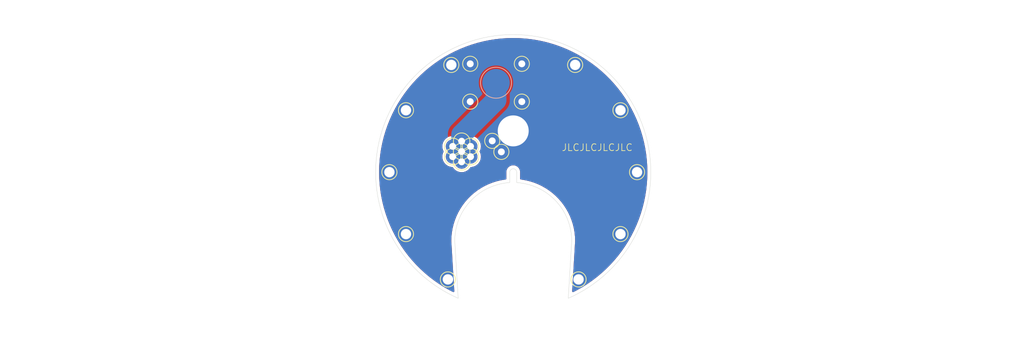
<source format=kicad_pcb>
(kicad_pcb (version 20240108) (generator "pcbnew") (generator_version "8.0")
  (layers (0 "F.Cu" signal) (31 "B.Cu" signal) (34 "B.Paste" user) (35 "F.Paste" user) (36 "B.SilkS" user "B.Silkscreen") (37 "F.SilkS" user "F.Silkscreen") (38 "B.Mask" user) (39 "F.Mask" user) (44 "Edge.Cuts" user))
  (net 0 "")
  (net 1 "GND")
  (net 2 "+3V0")
  (footprint "TestPoint:TestPoint_THTPad_3.0x3.0mm_Drill1.5mm" (layer "F.Cu") (at 100 44)
    (property "Reference" "T1" (hide yes))
    (property "Value" "TestPoint_THTPad_3.0x3.0mm_Drill1.5mm" (hide yes))
    (fp_circle (center 0 0) (end 1.1 0) (stroke (width 0.12)) (fill none) (layer "F.SilkS"))
    (pad "1" thru_hole circle (at 0 0) (size 4.5 4.5) (drill 4.5) (layers "*.Cu" "*.Mask") (net 1 "GND"))
  )
  (footprint "TestPoint:TestPoint_THTPad_3.0x3.0mm_Drill1.5mm" (layer "F.Cu") (at 93.75 34.25 120)
    (property "Reference" "T21" (hide yes))
    (property "Value" "TestPoint_THTPad_3.0x3.0mm_Drill1.5mm" (hide yes))
    (fp_circle (center 0 0) (end 1.1 0) (stroke (width 0.12)) (fill none) (layer "F.SilkS"))
    (pad "1" thru_hole circle (at 0 0 120) (size 1 1) (drill 1) (layers "*.Cu" "*.Mask") (net 1 "GND"))
  )
  (footprint "TestPoint:TestPoint_THTPad_3.0x3.0mm_Drill1.5mm" (layer "F.Cu") (at 90.5 65.588457 -150)
    (property "Reference" "T18" (hide yes))
    (property "Value" "TestPoint_THTPad_3.0x3.0mm_Drill1.5mm" (hide yes))
    (fp_circle (center 0 0) (end 1.1 0) (stroke (width 0.12)) (fill none) (layer "F.SilkS"))
    (pad "1" thru_hole circle (at 0 0 210) (size 1.6 1.6) (drill 1.5) (layers "*.Cu" "*.Mask") (net 1 "GND"))
  )
  (footprint "TestPoint:TestPoint_THTPad_3.0x3.0mm_Drill1.5mm" (layer "F.Cu") (at 109.5 65.588457 -90)
    (property "Reference" "T16" (hide yes))
    (property "Value" "TestPoint_THTPad_3.0x3.0mm_Drill1.5mm" (hide yes))
    (fp_circle (center 0 0) (end 1.1 0) (stroke (width 0.12)) (fill none) (layer "F.SilkS"))
    (pad "1" thru_hole circle (at 0 0 270) (size 1.6 1.6) (drill 1.5) (layers "*.Cu" "*.Mask") (net 1 "GND"))
  )
  (footprint "TestPoint:TestPoint_THTPad_3.0x3.0mm_Drill1.5mm" (layer "F.Cu") (at 82 50 150)
    (property "Reference" "T20" (hide yes))
    (property "Value" "TestPoint_THTPad_3.0x3.0mm_Drill1.5mm" (hide yes))
    (fp_circle (center 0 0) (end 1.1 0) (stroke (width 0.12)) (fill none) (layer "F.SilkS"))
    (pad "1" thru_hole circle (at 0 0 150) (size 1.6 1.6) (drill 1.5) (layers "*.Cu" "*.Mask") (net 1 "GND"))
  )
  (footprint "TestPoint:TestPoint_THTPad_D2.0mm_Drill1.0mm" (layer "F.Cu") (at 92.5 45.5)
    (property "Reference" "T51" (hide yes))
    (property "Value" "TestPoint_THTPad_D2.0mm_Drill1.0mm" (hide yes))
    (fp_circle (center 0 0) (end 0 1.2) (stroke (width 0.12)) (fill none) (layer "F.SilkS"))
    (pad "1" thru_hole circle (at 0 0) (size 2 2) (drill 1) (layers "*.Cu" "*.Mask") (net 2 "+3V0"))
  )
  (footprint "TestPoint:TestPoint_THTPad_3.0x3.0mm_Drill1.5mm" (layer "F.Cu") (at 84.411542 59 180)
    (property "Reference" "T19" (hide yes))
    (property "Value" "TestPoint_THTPad_3.0x3.0mm_Drill1.5mm" (hide yes))
    (fp_circle (center 0 0) (end 1.1 0) (stroke (width 0.12)) (fill none) (layer "F.SilkS"))
    (pad "1" thru_hole circle (at 0 0 180) (size 1.6 1.6) (drill 1.5) (layers "*.Cu" "*.Mask") (net 1 "GND"))
  )
  (footprint "TestPoint:TestPoint_THTPad_D2.0mm_Drill1.0mm" (layer "F.Cu") (at 93.799038 47.75 -120)
    (property "Reference" "T53" (hide yes))
    (property "Value" "TestPoint_THTPad_D2.0mm_Drill1.0mm" (hide yes))
    (fp_circle (center 0 0) (end 0 1.2) (stroke (width 0.12)) (fill none) (layer "F.SilkS"))
    (pad "1" thru_hole circle (at 0 0 240) (size 2 2) (drill 1) (layers "*.Cu" "*.Mask") (net 2 "+3V0"))
  )
  (footprint "TestPoint:TestPoint_THTPad_3.0x3.0mm_Drill1.5mm" (layer "F.Cu") (at 96.95 45.45 120)
    (property "Reference" "T21" (hide yes))
    (property "Value" "TestPoint_THTPad_3.0x3.0mm_Drill1.5mm" (hide yes))
    (fp_circle (center 0 0) (end 1.1 0) (stroke (width 0.12)) (fill none) (layer "F.SilkS"))
    (pad "1" thru_hole circle (at 0 0 120) (size 1 1) (drill 1) (layers "*.Cu" "*.Mask") (net 1 "GND"))
  )
  (footprint "TestPoint:TestPoint_THTPad_3.0x3.0mm_Drill1.5mm" (layer "F.Cu") (at 84.411542 41 120)
    (property "Reference" "T21" (hide yes))
    (property "Value" "TestPoint_THTPad_3.0x3.0mm_Drill1.5mm" (hide yes))
    (fp_circle (center 0 0) (end 1.1 0) (stroke (width 0.12)) (fill none) (layer "F.SilkS"))
    (pad "1" thru_hole circle (at 0 0 120) (size 1.6 1.6) (drill 1.5) (layers "*.Cu" "*.Mask") (net 1 "GND"))
  )
  (footprint "TestPoint:TestPoint_THTPad_D2.0mm_Drill1.0mm" (layer "F.Cu") (at 92.5 48.5 180)
    (property "Reference" "T54" (hide yes))
    (property "Value" "TestPoint_THTPad_D2.0mm_Drill1.0mm" (hide yes))
    (fp_circle (center 0 0) (end 0 1.2) (stroke (width 0.12)) (fill none) (layer "F.SilkS"))
    (pad "1" thru_hole circle (at 0 0 180) (size 2 2) (drill 1) (layers "*.Cu" "*.Mask") (net 2 "+3V0"))
  )
  (footprint "TestPoint:TestPoint_THTPad_3.0x3.0mm_Drill1.5mm" (layer "F.Cu") (at 101.25 39.75 120)
    (property "Reference" "T21" (hide yes))
    (property "Value" "TestPoint_THTPad_3.0x3.0mm_Drill1.5mm" (hide yes))
    (fp_circle (center 0 0) (end 1.1 0) (stroke (width 0.12)) (fill none) (layer "F.SilkS"))
    (pad "1" thru_hole circle (at 0 0 120) (size 1 1) (drill 1) (layers "*.Cu" "*.Mask") (net 1 "GND"))
  )
  (footprint "TestPoint:TestPoint_THTPad_D2.0mm_Drill1.0mm" (layer "F.Cu") (at 93.799038 46.25 -60)
    (property "Reference" "T52" (hide yes))
    (property "Value" "TestPoint_THTPad_D2.0mm_Drill1.0mm" (hide yes))
    (fp_circle (center 0 0) (end 0 1.2) (stroke (width 0.12)) (fill none) (layer "F.SilkS"))
    (pad "1" thru_hole circle (at 0 0 300) (size 2 2) (drill 1) (layers "*.Cu" "*.Mask") (net 2 "+3V0"))
  )
  (footprint "TestPoint:TestPoint_THTPad_3.0x3.0mm_Drill1.5mm" (layer "F.Cu") (at 115.588457 41)
    (property "Reference" "T13" (hide yes))
    (property "Value" "TestPoint_THTPad_3.0x3.0mm_Drill1.5mm" (hide yes))
    (fp_circle (center 0 0) (end 1.1 0) (stroke (width 0.12)) (fill none) (layer "F.SilkS"))
    (pad "1" thru_hole circle (at 0 0) (size 1.6 1.6) (drill 1.5) (layers "*.Cu" "*.Mask") (net 1 "GND"))
  )
  (footprint "TestPoint:TestPoint_THTPad_3.0x3.0mm_Drill1.5mm" (layer "F.Cu") (at 91 34.411542 90)
    (property "Reference" "T22" (hide yes))
    (property "Value" "TestPoint_THTPad_3.0x3.0mm_Drill1.5mm" (hide yes))
    (fp_circle (center 0 0) (end 1.1 0) (stroke (width 0.12)) (fill none) (layer "F.SilkS"))
    (pad "1" thru_hole circle (at 0 0 90) (size 1.6 1.6) (drill 1.5) (layers "*.Cu" "*.Mask") (net 1 "GND"))
  )
  (footprint "TestPoint:TestPoint_THTPad_D2.0mm_Drill1.0mm" (layer "F.Cu") (at 91.200961 46.25 60)
    (property "Reference" "T56" (hide yes))
    (property "Value" "TestPoint_THTPad_D2.0mm_Drill1.0mm" (hide yes))
    (fp_circle (center 0 0) (end 0 1.2) (stroke (width 0.12)) (fill none) (layer "F.SilkS"))
    (pad "1" thru_hole circle (at 0 0 60) (size 2 2) (drill 1) (layers "*.Cu" "*.Mask") (net 2 "+3V0"))
  )
  (footprint "TestPoint:TestPoint_THTPad_3.0x3.0mm_Drill1.5mm" (layer "F.Cu") (at 93.75 39.75 120)
    (property "Reference" "T21" (hide yes))
    (property "Value" "TestPoint_THTPad_3.0x3.0mm_Drill1.5mm" (hide yes))
    (fp_circle (center 0 0) (end 1.1 0) (stroke (width 0.12)) (fill none) (layer "F.SilkS"))
    (pad "1" thru_hole circle (at 0 0 120) (size 1 1) (drill 1) (layers "*.Cu" "*.Mask") (net 1 "GND"))
  )
  (footprint "TestPoint:TestPoint_THTPad_3.0x3.0mm_Drill1.5mm" (layer "F.Cu") (at 118 50 -30)
    (property "Reference" "T14" (hide yes))
    (property "Value" "TestPoint_THTPad_3.0x3.0mm_Drill1.5mm" (hide yes))
    (fp_circle (center 0 0) (end 1.1 0) (stroke (width 0.12)) (fill none) (layer "F.SilkS"))
    (pad "1" thru_hole circle (at 0 0 330) (size 1.6 1.6) (drill 1.5) (layers "*.Cu" "*.Mask") (net 1 "GND"))
  )
  (footprint "TestPoint:TestPoint_THTPad_3.0x3.0mm_Drill1.5mm" (layer "F.Cu") (at 115.588457 59 -60)
    (property "Reference" "T15" (hide yes))
    (property "Value" "TestPoint_THTPad_3.0x3.0mm_Drill1.5mm" (hide yes))
    (fp_circle (center 0 0) (end 1.1 0) (stroke (width 0.12)) (fill none) (layer "F.SilkS"))
    (pad "1" thru_hole circle (at 0 0 300) (size 1.6 1.6) (drill 1.5) (layers "*.Cu" "*.Mask") (net 1 "GND"))
  )
  (footprint "TestPoint:TestPoint_THTPad_D2.0mm_Drill1.0mm" (layer "F.Cu") (at 92.5 47)
    (property "Reference" "T51" (hide yes))
    (property "Value" "TestPoint_THTPad_D2.0mm_Drill1.0mm" (hide yes))
    (fp_circle (center 0 0) (end 0 1.2) (stroke (width 0.12)) (fill none) (layer "F.SilkS"))
    (pad "1" thru_hole circle (at 0 0) (size 2 2) (drill 1) (layers "*.Cu" "*.Mask") (net 2 "+3V0"))
  )
  (footprint "TestPoint:TestPoint_THTPad_3.0x3.0mm_Drill1.5mm" (layer "F.Cu") (at 109 34.411542 30)
    (property "Reference" "T12" (hide yes))
    (property "Value" "TestPoint_THTPad_3.0x3.0mm_Drill1.5mm" (hide yes))
    (fp_circle (center 0 0) (end 1.1 0) (stroke (width 0.12)) (fill none) (layer "F.SilkS"))
    (pad "1" thru_hole circle (at 0 0 30) (size 1.6 1.6) (drill 1.5) (layers "*.Cu" "*.Mask") (net 1 "GND"))
  )
  (footprint "TestPoint:TestPoint_THTPad_3.0x3.0mm_Drill1.5mm" (layer "F.Cu") (at 101.25 34.25 120)
    (property "Reference" "T21" (hide yes))
    (property "Value" "TestPoint_THTPad_3.0x3.0mm_Drill1.5mm" (hide yes))
    (fp_circle (center 0 0) (end 1.1 0) (stroke (width 0.12)) (fill none) (layer "F.SilkS"))
    (pad "1" thru_hole circle (at 0 0 120) (size 1 1) (drill 1) (layers "*.Cu" "*.Mask") (net 1 "GND"))
  )
  (footprint "TestPoint:TestPoint_THTPad_3.0x3.0mm_Drill1.5mm" (layer "F.Cu") (at 98.275 47.05 120)
    (property "Reference" "T21" (hide yes))
    (property "Value" "TestPoint_THTPad_3.0x3.0mm_Drill1.5mm" (hide yes))
    (fp_circle (center 0 0) (end 1.1 0) (stroke (width 0.12)) (fill none) (layer "F.SilkS"))
    (pad "1" thru_hole circle (at 0 0 120) (size 1 1) (drill 1) (layers "*.Cu" "*.Mask") (net 1 "GND"))
  )
  (footprint "TestPoint:TestPoint_THTPad_D2.0mm_Drill1.0mm" (layer "F.Cu") (at 91.200961 47.75 120)
    (property "Reference" "T55" (hide yes))
    (property "Value" "TestPoint_THTPad_D2.0mm_Drill1.0mm" (hide yes))
    (fp_circle (center 0 0) (end 0 1.2) (stroke (width 0.12)) (fill none) (layer "F.SilkS"))
    (pad "1" thru_hole circle (at 0 0 120) (size 2 2) (drill 1) (layers "*.Cu" "*.Mask") (net 2 "+3V0"))
  )
  (footprint "TestPoint:TestPoint_Pad_D4.0mm" (layer "B.Cu") (at 97.5 37 180)
    (property "Reference" "REF**" (hide yes))
    (property "Value" "TestPoint_Pad_D4.0mm" (hide yes))
    (fp_circle (center 0 0) (end 0 -2.25) (stroke (width 0.12)) (fill none) (layer "B.SilkS"))
    (pad "1" smd circle (at 0 0 180) (size 4 4) (layers "B.Cu" "B.Mask") (net 2 "+3V0"))
  )
  (gr_poly (pts (xy 118.724697 42.972504) (xy 119.02113 43.81966) (xy 119.279257 44.679263) (xy 119.498558 45.549581) (xy 119.678592 46.428862) (xy 119.818995 47.315335) (xy 119.919486 48.207214) (xy 119.979861 49.102703) (xy 120 50) (xy 119.979861 50.897297) (xy 119.919486 51.792786) (xy 119.818995 52.684665) (xy 119.678592 53.571138) (xy 119.498558 54.450419) (xy 119.279257 55.320737) (xy 119.02113 56.18034) (xy 118.724697 57.027496) (xy 118.390555 57.860501) (xy 118.019377 58.677675) (xy 117.611911 59.477373) (xy 117.168976 60.257986) (xy 116.691465 61.01794) (xy 116.18034 61.755705) (xy 115.63663 62.469796) (xy 115.061429 63.158775) (xy 114.455897 63.821253) (xy 113.821253 64.455897) (xy 113.158775 65.061429) (xy 112.469796 65.63663) (xy 111.755705 66.18034) (xy 111.01794 66.691465) (xy 110.257986 67.168976) (xy 109.477373 67.611911) (xy 108.677675 68.019377) (xy 108 68.33) (xy 108.5 60) (xy 108.480185 59.419939) (xy 108.420831 58.842583) (xy 108.322215 58.270624) (xy 108.184797 57.706727) (xy 108.009218 57.153523) (xy 107.796296 56.613591) (xy 107.547024 56.089447) (xy 107.262565 55.583536) (xy 106.944244 55.098217) (xy 106.593546 54.635752) (xy 106.212106 54.198298) (xy 105.801702 53.787894) (xy 105.364248 53.406454) (xy 104.901783 53.055756) (xy 104.416464 52.737435) (xy 103.910553 52.452976) (xy 103.386409 52.203704) (xy 102.846477 51.990782) (xy 102.293273 51.815203) (xy 101.729376 51.677785) (xy 101.157417 51.579169) (xy 100.5 51.5) (xy 100.5 50) (xy 100.479746 49.859134) (xy 100.420627 49.72968) (xy 100.32743 49.622125) (xy 100.207708 49.545184) (xy 100.071157 49.505089) (xy 99.928843 49.505089) (xy 99.792292 49.545184) (xy 99.67257 49.622125) (xy 99.579373 49.72968) (xy 99.520254 49.859134) (xy 99.5 50) (xy 99.5 51.5) (xy 98.842583 51.579169) (xy 98.270624 51.677785) (xy 97.706727 51.815203) (xy 97.153523 51.990782) (xy 96.613591 52.203704) (xy 96.089447 52.452976) (xy 95.583536 52.737435) (xy 95.098217 53.055756) (xy 94.635752 53.406454) (xy 94.198298 53.787894) (xy 93.787894 54.198298) (xy 93.406454 54.635752) (xy 93.055756 55.098217) (xy 92.737435 55.583536) (xy 92.452976 56.089447) (xy 92.203704 56.613591) (xy 91.990782 57.153523) (xy 91.815203 57.706727) (xy 91.677785 58.270624) (xy 91.579169 58.842583) (xy 91.519815 59.419939) (xy 91.5 60) (xy 92 68.33) (xy 91.322325 68.019377) (xy 90.522627 67.611911) (xy 89.742014 67.168976) (xy 88.98206 66.691465) (xy 88.244295 66.18034) (xy 87.530204 65.63663) (xy 86.841225 65.061429) (xy 86.178747 64.455897) (xy 85.544103 63.821253) (xy 84.938571 63.158775) (xy 84.36337 62.469796) (xy 83.81966 61.755705) (xy 83.308535 61.01794) (xy 82.831024 60.257986) (xy 82.388089 59.477373) (xy 81.980623 58.677675) (xy 81.609445 57.860501) (xy 81.275303 57.027496) (xy 80.97887 56.18034) (xy 80.720743 55.320737) (xy 80.501442 54.450419) (xy 80.321408 53.571138) (xy 80.181005 52.684665) (xy 80.080514 51.792786) (xy 80.020139 50.897297) (xy 80 50) (xy 80.020139 49.102703) (xy 80.080514 48.207214) (xy 80.181005 47.315335) (xy 80.321408 46.428862) (xy 80.501442 45.549581) (xy 80.720743 44.679263) (xy 80.97887 43.81966) (xy 81.275303 42.972504) (xy 81.609445 42.139499) (xy 81.980623 41.322325) (xy 82.388089 40.522627) (xy 82.831024 39.742014) (xy 83.308535 38.98206) (xy 83.81966 38.244295) (xy 84.36337 37.530204) (xy 84.938571 36.841225) (xy 85.544103 36.178747) (xy 86.178747 35.544103) (xy 86.841225 34.938571) (xy 87.530204 34.36337) (xy 88.244295 33.81966) (xy 88.98206 33.308535) (xy 89.742014 32.831024) (xy 90.522627 32.388089) (xy 91.322325 31.980623) (xy 92.139499 31.609445) (xy 92.972504 31.275303) (xy 93.81966 30.97887) (xy 94.679263 30.720743) (xy 95.549581 30.501442) (xy 96.428862 30.321408) (xy 97.315335 30.181005) (xy 98.207214 30.080514) (xy 99.102703 30.020139) (xy 100 30) (xy 100.897297 30.020139) (xy 101.792786 30.080514) (xy 102.684665 30.181005) (xy 103.571138 30.321408) (xy 104.450419 30.501442) (xy 105.320737 30.720743) (xy 106.18034 30.97887) (xy 107.027496 31.275303) (xy 107.860501 31.609445) (xy 108.677675 31.980623) (xy 109.477373 32.388089) (xy 110.257986 32.831024) (xy 111.01794 33.308535) (xy 111.755705 33.81966) (xy 112.469796 34.36337) (xy 113.158775 34.938571) (xy 113.821253 35.544103) (xy 114.455897 36.178747) (xy 115.061429 36.841225) (xy 115.63663 37.530204) (xy 116.18034 38.244295) (xy 116.691465 38.98206) (xy 117.168976 39.742014) (xy 117.611911 40.522627) (xy 118.019377 41.322325) (xy 118.390555 42.139499)) (stroke (width 0.05)) (fill none) (layer "Edge.Cuts"))
  (gr_text "JLCJLCJLCJLC" (at 107 47 0) (layer "F.SilkS") (effects (font (size 1 1) (thickness 0.1)) (justify left bottom)))
  (segment (start 92.5 47) (end 92.5 44.533) (width 3) (layer "B.Cu") (net 2))
  (segment (start 92.5 44.533) (end 97.5 39.533) (width 3) (layer "B.Cu") (net 2))
  (segment (start 97.5 39.533) (end 97.5 37) (width 3) (layer "B.Cu") (net 2))
  (zone (net 1) (net_name "GND") (layers "F&B.Cu") (connect_pads (clearance 0.5)) (min_thickness 0.25) (fill yes (thermal_gap 0.5) (thermal_bridge_width 0.5))
    (polygon (pts (xy 25.4 26.924) (xy 174.244 26.924) (xy 174.244 72.39) (xy 118.11 72.39) (xy 25.4 72.39)))
  )
)
</source>
